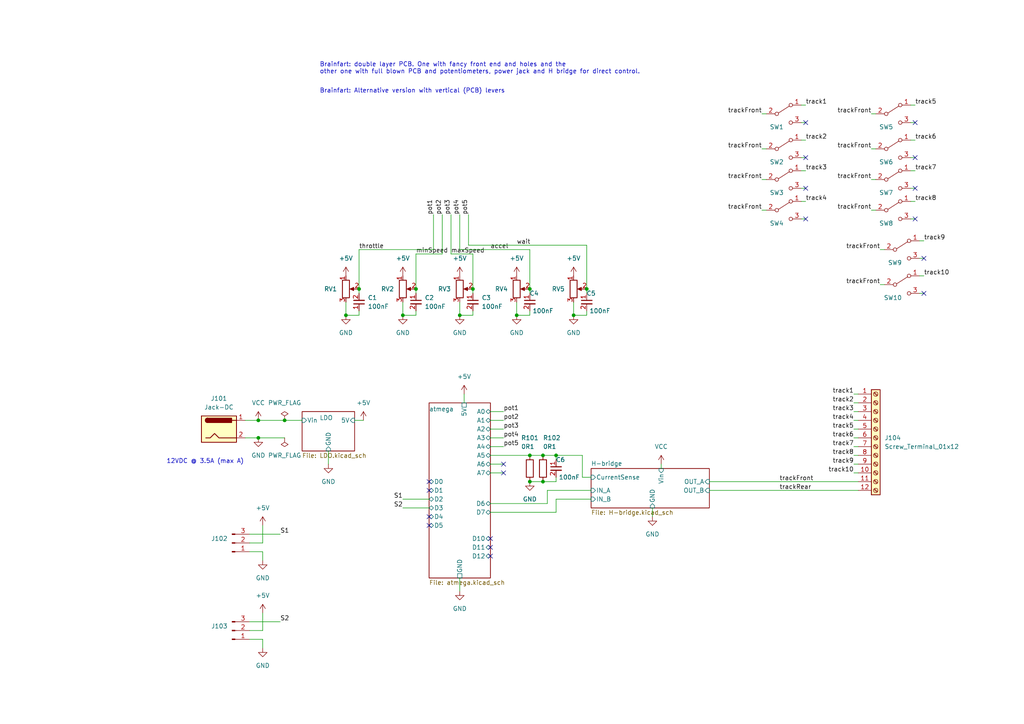
<source format=kicad_sch>
(kicad_sch (version 20230121) (generator eeschema)
  (paper "A4")
  (lib_symbols
    (symbol "Connector:Conn_01x03_Pin" (pin_names (offset 1.016) hide)
      (property "Reference" "J" (at 0 5.08 0))
      (property "Value" "Conn_01x03_Pin" (at 0 -5.08 0))
      (symbol "Conn_01x03_Pin_1_1"
        (polyline (pts (xy 1.27 -2.54) (xy 0.8636 -2.54)) (stroke (width 0.1524)))
        (polyline (pts (xy 1.27 0) (xy 0.8636 0)) (stroke (width 0.1524)))
        (polyline (pts (xy 1.27 2.54) (xy 0.8636 2.54)) (stroke (width 0.1524)))
        (rectangle (start 0.8636 -2.413) (end 0 -2.667) (stroke (width 0.1524)) (fill (type outline)))
        (rectangle (start 0.8636 0.127) (end 0 -0.127) (stroke (width 0.1524)) (fill (type outline)))
        (rectangle (start 0.8636 2.667) (end 0 2.413) (stroke (width 0.1524)) (fill (type outline)))
        (pin passive line (at 5.08 2.54 180) (length 3.81) (name "Pin_1") (number "1"))
        (pin passive line (at 5.08 0 180) (length 3.81) (name "Pin_2") (number "2"))
        (pin passive line (at 5.08 -2.54 180) (length 3.81) (name "Pin_3") (number "3"))
      )
    )
    (symbol "Connector:Screw_Terminal_01x12" (pin_names (offset 1.016) hide)
      (property "Reference" "J" (at 0 15.24 0))
      (property "Value" "Screw_Terminal_01x12" (at 0 -17.78 0))
      (symbol "Screw_Terminal_01x12_1_1"
        (rectangle (start -1.27 13.97) (end 1.27 -16.51) (stroke (width 0.254)) (fill (type background)))
        (circle (center 0 -15.24) (radius 0.635) (stroke (width 0.1524)))
        (circle (center 0 -12.7) (radius 0.635) (stroke (width 0.1524)))
        (circle (center 0 -10.16) (radius 0.635) (stroke (width 0.1524)))
        (circle (center 0 -7.62) (radius 0.635) (stroke (width 0.1524)))
        (circle (center 0 -5.08) (radius 0.635) (stroke (width 0.1524)))
        (circle (center 0 -2.54) (radius 0.635) (stroke (width 0.1524)))
        (polyline (pts (xy -0.5334 -14.9098) (xy 0.3302 -15.748)) (stroke (width 0.1524)))
        (polyline (pts (xy -0.5334 -12.3698) (xy 0.3302 -13.208)) (stroke (width 0.1524)))
        (polyline (pts (xy -0.5334 -9.8298) (xy 0.3302 -10.668)) (stroke (width 0.1524)))
        (polyline (pts (xy -0.5334 -7.2898) (xy 0.3302 -8.128)) (stroke (width 0.1524)))
        (polyline (pts (xy -0.5334 -4.7498) (xy 0.3302 -5.588)) (stroke (width 0.1524)))
        (polyline (pts (xy -0.5334 -2.2098) (xy 0.3302 -3.048)) (stroke (width 0.1524)))
        (polyline (pts (xy -0.5334 0.3302) (xy 0.3302 -0.508)) (stroke (width 0.1524)))
        (polyline (pts (xy -0.5334 2.8702) (xy 0.3302 2.032)) (stroke (width 0.1524)))
        (polyline (pts (xy -0.5334 5.4102) (xy 0.3302 4.572)) (stroke (width 0.1524)))
        (polyline (pts (xy -0.5334 7.9502) (xy 0.3302 7.112)) (stroke (width 0.1524)))
        (polyline (pts (xy -0.5334 10.4902) (xy 0.3302 9.652)) (stroke (width 0.1524)))
        (polyline (pts (xy -0.5334 13.0302) (xy 0.3302 12.192)) (stroke (width 0.1524)))
        (polyline (pts (xy -0.3556 -14.732) (xy 0.508 -15.5702)) (stroke (width 0.1524)))
        (polyline (pts (xy -0.3556 -12.192) (xy 0.508 -13.0302)) (stroke (width 0.1524)))
        (polyline (pts (xy -0.3556 -9.652) (xy 0.508 -10.4902)) (stroke (width 0.1524)))
        (polyline (pts (xy -0.3556 -7.112) (xy 0.508 -7.9502)) (stroke (width 0.1524)))
        (polyline (pts (xy -0.3556 -4.572) (xy 0.508 -5.4102)) (stroke (width 0.1524)))
        (polyline (pts (xy -0.3556 -2.032) (xy 0.508 -2.8702)) (stroke (width 0.1524)))
        (polyline (pts (xy -0.3556 0.508) (xy 0.508 -0.3302)) (stroke (width 0.1524)))
        (polyline (pts (xy -0.3556 3.048) (xy 0.508 2.2098)) (stroke (width 0.1524)))
        (polyline (pts (xy -0.3556 5.588) (xy 0.508 4.7498)) (stroke (width 0.1524)))
        (polyline (pts (xy -0.3556 8.128) (xy 0.508 7.2898)) (stroke (width 0.1524)))
        (polyline (pts (xy -0.3556 10.668) (xy 0.508 9.8298)) (stroke (width 0.1524)))
        (polyline (pts (xy -0.3556 13.208) (xy 0.508 12.3698)) (stroke (width 0.1524)))
        (circle (center 0 0) (radius 0.635) (stroke (width 0.1524)))
        (circle (center 0 2.54) (radius 0.635) (stroke (width 0.1524)))
        (circle (center 0 5.08) (radius 0.635) (stroke (width 0.1524)))
        (circle (center 0 7.62) (radius 0.635) (stroke (width 0.1524)))
        (circle (center 0 10.16) (radius 0.635) (stroke (width 0.1524)))
        (circle (center 0 12.7) (radius 0.635) (stroke (width 0.1524)))
        (pin passive line (at -5.08 12.7 0) (length 3.81) (name "Pin_1") (number "1"))
        (pin passive line (at -5.08 -10.16 0) (length 3.81) (name "Pin_10") (number "10"))
        (pin passive line (at -5.08 -12.7 0) (length 3.81) (name "Pin_11") (number "11"))
        (pin passive line (at -5.08 -15.24 0) (length 3.81) (name "Pin_12") (number "12"))
        (pin passive line (at -5.08 10.16 0) (length 3.81) (name "Pin_2") (number "2"))
        (pin passive line (at -5.08 7.62 0) (length 3.81) (name "Pin_3") (number "3"))
        (pin passive line (at -5.08 5.08 0) (length 3.81) (name "Pin_4") (number "4"))
        (pin passive line (at -5.08 2.54 0) (length 3.81) (name "Pin_5") (number "5"))
        (pin passive line (at -5.08 0 0) (length 3.81) (name "Pin_6") (number "6"))
        (pin passive line (at -5.08 -2.54 0) (length 3.81) (name "Pin_7") (number "7"))
        (pin passive line (at -5.08 -5.08 0) (length 3.81) (name "Pin_8") (number "8"))
        (pin passive line (at -5.08 -7.62 0) (length 3.81) (name "Pin_9") (number "9"))
      )
    )
    (symbol "Device:R_Potentiometer" (pin_names (offset 1.016) hide)
      (property "Reference" "RV" (at -4.445 0 90))
      (property "Value" "R_Potentiometer" (at -2.54 0 90))
      (symbol "R_Potentiometer_0_1"
        (polyline (pts (xy 2.54 0) (xy 1.524 0)))
        (polyline (pts (xy 1.143 0) (xy 2.286 0.508) (xy 2.286 -0.508) (xy 1.143 0)) (fill (type outline)))
        (rectangle (start 1.016 2.54) (end -1.016 -2.54) (stroke (width 0.254)))
      )
      (symbol "R_Potentiometer_1_1"
        (pin passive line (at 0 3.81 270) (length 1.27) (name "1") (number "1"))
        (pin passive line (at 3.81 0 180) (length 1.27) (name "2") (number "2"))
        (pin passive line (at 0 -3.81 90) (length 1.27) (name "3") (number "3"))
      )
    )
    (symbol "Switch:SW_SPDT" (pin_names (offset 0) hide)
      (property "Reference" "SW" (at 0 4.318 0))
      (property "Value" "SW_SPDT" (at 0 -5.08 0))
      (symbol "SW_SPDT_0_0"
        (circle (center -2.032 0) (radius 0.508))
        (circle (center 2.032 -2.54) (radius 0.508))
      )
      (symbol "SW_SPDT_0_1"
        (polyline (pts (xy -1.524 0.254) (xy 1.651 2.286)))
        (circle (center 2.032 2.54) (radius 0.508))
      )
      (symbol "SW_SPDT_1_1"
        (pin passive line (at 5.08 2.54 180) (length 2.54) (name "A") (number "1"))
        (pin passive line (at -5.08 0 0) (length 2.54) (name "B") (number "2"))
        (pin passive line (at 5.08 -2.54 180) (length 2.54) (name "C") (number "3"))
      )
    )
    (symbol "capacitor_miscellaneous:C_0603_100nF"
      (property "Reference" "C" (at 1.27 2.54 0))
      (property "Value" "100nF" (at 3.81 -2.54 0))
      (symbol "C_0603_100nF_0_1"
        (polyline (pts (xy -1.524 -0.508) (xy 1.524 -0.508)) (stroke (width 0.3302)))
        (polyline (pts (xy -1.524 0.508) (xy 1.524 0.508)) (stroke (width 0.3048)))
      )
      (symbol "C_0603_100nF_1_1"
        (pin passive line (at 0 2.54 270) (length 2.032) (name "~") (number "1"))
        (pin passive line (at 0 -2.54 90) (length 2.032) (name "~") (number "2"))
      )
    )
    (symbol "custom_kicad_lib_sk:Jack-DC" (pin_names (offset 1.016))
      (property "Reference" "J" (at 0 5.334 0))
      (property "Value" "Jack-DC" (at 0 -5.08 0))
      (symbol "Jack-DC_0_1"
        (rectangle (start -5.08 3.81) (end 5.08 -3.81) (stroke (width 0.254)) (fill (type background)))
        (arc (start -3.302 3.175) (mid -3.9343 2.54) (end -3.302 1.905) (stroke (width 0.254)))
        (arc (start -3.302 3.175) (mid -3.9343 2.54) (end -3.302 1.905) (stroke (width 0.254)) (fill (type outline)))
        (polyline (pts (xy 5.08 2.54) (xy 3.81 2.54)) (stroke (width 0.254)))
        (polyline (pts (xy -3.81 -2.54) (xy -2.54 -2.54) (xy -1.27 -1.27) (xy 0 -2.54) (xy 2.54 -2.54) (xy 5.08 -2.54)) (stroke (width 0.254)))
        (rectangle (start 3.683 3.175) (end -3.302 1.905) (stroke (width 0.254)) (fill (type outline)))
      )
      (symbol "Jack-DC_1_1"
        (pin passive line (at 7.62 2.54 180) (length 2.54) (name "~") (number "1"))
        (pin passive line (at 7.62 -2.54 180) (length 2.54) (name "~") (number "2"))
      )
    )
    (symbol "power:+5V" (power) (pin_names (offset 0))
      (property "Value" "+5V" (at 0 3.556 0))
      (symbol "+5V_0_1"
        (polyline (pts (xy -0.762 1.27) (xy 0 2.54)))
        (polyline (pts (xy 0 0) (xy 0 2.54)))
        (polyline (pts (xy 0 2.54) (xy 0.762 1.27)))
      )
      (symbol "+5V_1_1"
        (pin power_in line (at 0 0 90) (length 0) hide (name "+5V") (number "1"))
      )
    )
    (symbol "power:GND" (power) (pin_names (offset 0))
      (property "Value" "GND" (at 0 -3.81 0))
      (symbol "GND_0_1"
        (polyline (pts (xy 0 0) (xy 0 -1.27) (xy 1.27 -1.27) (xy 0 -2.54) (xy -1.27 -1.27) (xy 0 -1.27)))
      )
      (symbol "GND_1_1"
        (pin power_in line (at 0 0 270) (length 0) hide (name "GND") (number "1"))
      )
    )
    (symbol "power:PWR_FLAG" (power) (pin_numbers hide) (pin_names (offset 0) hide)
      (property "Value" "PWR_FLAG" (at 0 3.81 0))
      (symbol "PWR_FLAG_0_0"
        (pin power_out line (at 0 0 90) (length 0) (name "pwr") (number "1"))
      )
      (symbol "PWR_FLAG_0_1"
        (polyline (pts (xy 0 0) (xy 0 1.27) (xy -1.016 1.905) (xy 0 2.54) (xy 1.016 1.905) (xy 0 1.27)))
      )
    )
    (symbol "power:VCC" (power) (pin_names (offset 0))
      (property "Value" "VCC" (at 0 3.81 0))
      (symbol "VCC_0_1"
        (polyline (pts (xy -0.762 1.27) (xy 0 2.54)))
        (polyline (pts (xy 0 0) (xy 0 2.54)))
        (polyline (pts (xy 0 2.54) (xy 0.762 1.27)))
      )
      (symbol "VCC_1_1"
        (pin power_in line (at 0 0 90) (length 0) hide (name "VCC") (number "1"))
      )
    )
    (symbol "resistors_1206:R_0R1_1206" (pin_numbers hide) (pin_names (offset 0))
      (property "Reference" "R?" (at 1.778 1.2121 0))
      (property "Value" "0R1" (at 1.778 -1.2121 0))
      (symbol "R_0R1_1206_0_1"
        (rectangle (start -1.016 -2.54) (end 1.016 2.54) (stroke (width 0.254)))
      )
      (symbol "R_0R1_1206_1_1"
        (pin passive line (at 0 3.81 270) (length 1.27) (name "~") (number "1"))
        (pin passive line (at 0 -3.81 90) (length 1.27) (name "~") (number "2"))
      )
    )
  )
  (junction (at 116.84 91.44))
  (junction (at 166.37 91.44))
  (junction (at 120.65 83.82))
  (junction (at 170.18 83.82))
  (junction (at 100.33 91.44))
  (junction (at 153.67 139.7))
  (junction (at 133.35 91.44))
  (junction (at 74.93 127))
  (junction (at 157.48 139.7))
  (junction (at 157.48 132.08))
  (junction (at 153.67 83.82))
  (junction (at 137.16 83.82))
  (junction (at 153.67 132.08))
  (junction (at 74.93 121.92))
  (junction (at 161.29 132.08))
  (junction (at 104.14 83.82))
  (junction (at 149.86 91.44))
  (junction (at 82.55 121.92))
  (no_connect (at 142.24 156.21))
  (no_connect (at 267.97 85.09))
  (no_connect (at 267.97 74.93))
  (no_connect (at 142.24 158.75))
  (no_connect (at 233.68 63.5))
  (no_connect (at 233.68 35.56))
  (no_connect (at 146.05 134.62))
  (no_connect (at 265.43 63.5))
  (no_connect (at 233.68 54.61))
  (no_connect (at 124.46 149.86))
  (no_connect (at 124.46 142.24))
  (no_connect (at 146.05 137.16))
  (no_connect (at 265.43 54.61))
  (no_connect (at 265.43 35.56))
  (no_connect (at 142.24 161.29))
  (no_connect (at 233.68 45.72))
  (no_connect (at 265.43 45.72))
  (no_connect (at 124.46 139.7))
  (no_connect (at 124.46 152.4))
  (wire (pts (xy 247.65 121.92) (xy 248.92 121.92)))
  (wire (pts (xy 157.48 139.7) (xy 161.29 139.7)))
  (wire (pts (xy 142.24 137.16) (xy 146.05 137.16)))
  (wire (pts (xy 100.33 87.63) (xy 100.33 91.44)))
  (wire (pts (xy 142.24 146.05) (xy 158.75 146.05)))
  (wire (pts (xy 142.24 119.38) (xy 146.05 119.38)))
  (wire (pts (xy 102.87 121.92) (xy 105.41 121.92)))
  (wire (pts (xy 264.16 49.53) (xy 265.43 49.53)))
  (wire (pts (xy 158.75 142.24) (xy 171.45 142.24)))
  (wire (pts (xy 95.25 130.81) (xy 95.25 134.62)))
  (wire (pts (xy 170.18 85.09) (xy 170.18 83.82)))
  (wire (pts (xy 72.39 160.02) (xy 76.2 160.02)))
  (wire (pts (xy 137.16 73.66) (xy 130.81 73.66)))
  (wire (pts (xy 266.7 85.09) (xy 267.97 85.09)))
  (wire (pts (xy 133.35 87.63) (xy 133.35 91.44)))
  (wire (pts (xy 232.41 49.53) (xy 233.68 49.53)))
  (wire (pts (xy 166.37 87.63) (xy 166.37 91.44)))
  (wire (pts (xy 266.7 69.85) (xy 267.97 69.85)))
  (wire (pts (xy 76.2 185.42) (xy 76.2 187.96)))
  (wire (pts (xy 137.16 91.44) (xy 133.35 91.44)))
  (wire (pts (xy 252.73 60.96) (xy 254 60.96)))
  (wire (pts (xy 142.24 127) (xy 146.05 127)))
  (wire (pts (xy 170.18 91.44) (xy 166.37 91.44)))
  (wire (pts (xy 252.73 43.18) (xy 254 43.18)))
  (wire (pts (xy 137.16 91.44) (xy 137.16 90.17)))
  (wire (pts (xy 120.65 73.66) (xy 128.27 73.66)))
  (wire (pts (xy 220.98 60.96) (xy 222.25 60.96)))
  (wire (pts (xy 120.65 83.82) (xy 120.65 85.09)))
  (wire (pts (xy 189.23 147.32) (xy 189.23 149.86)))
  (wire (pts (xy 157.48 132.08) (xy 161.29 132.08)))
  (wire (pts (xy 72.39 182.88) (xy 76.2 182.88)))
  (wire (pts (xy 266.7 74.93) (xy 267.97 74.93)))
  (wire (pts (xy 134.62 114.3) (xy 134.62 116.84)))
  (wire (pts (xy 252.73 52.07) (xy 254 52.07)))
  (wire (pts (xy 153.67 139.7) (xy 157.48 139.7)))
  (wire (pts (xy 137.16 85.09) (xy 137.16 83.82)))
  (wire (pts (xy 74.93 121.92) (xy 82.55 121.92)))
  (wire (pts (xy 264.16 45.72) (xy 265.43 45.72)))
  (wire (pts (xy 264.16 54.61) (xy 265.43 54.61)))
  (wire (pts (xy 247.65 127) (xy 248.92 127)))
  (wire (pts (xy 247.65 116.84) (xy 248.92 116.84)))
  (wire (pts (xy 168.91 132.08) (xy 168.91 138.43)))
  (wire (pts (xy 72.39 185.42) (xy 76.2 185.42)))
  (wire (pts (xy 170.18 91.44) (xy 170.18 90.17)))
  (wire (pts (xy 72.39 180.34) (xy 81.28 180.34)))
  (wire (pts (xy 142.24 132.08) (xy 153.67 132.08)))
  (wire (pts (xy 220.98 52.07) (xy 222.25 52.07)))
  (wire (pts (xy 120.65 90.17) (xy 120.65 91.44)))
  (wire (pts (xy 76.2 182.88) (xy 76.2 177.8)))
  (wire (pts (xy 133.35 167.64) (xy 133.35 171.45)))
  (wire (pts (xy 247.65 114.3) (xy 248.92 114.3)))
  (wire (pts (xy 153.67 83.82) (xy 153.67 85.09)))
  (wire (pts (xy 133.35 72.39) (xy 153.67 72.39)))
  (wire (pts (xy 168.91 138.43) (xy 171.45 138.43)))
  (wire (pts (xy 142.24 148.59) (xy 161.29 148.59)))
  (wire (pts (xy 205.74 142.24) (xy 248.92 142.24)))
  (wire (pts (xy 142.24 134.62) (xy 146.05 134.62)))
  (wire (pts (xy 133.35 62.23) (xy 133.35 72.39)))
  (wire (pts (xy 247.65 132.08) (xy 248.92 132.08)))
  (wire (pts (xy 142.24 121.92) (xy 146.05 121.92)))
  (wire (pts (xy 232.41 54.61) (xy 233.68 54.61)))
  (wire (pts (xy 232.41 58.42) (xy 233.68 58.42)))
  (wire (pts (xy 71.12 121.92) (xy 74.93 121.92)))
  (wire (pts (xy 247.65 119.38) (xy 248.92 119.38)))
  (wire (pts (xy 76.2 157.48) (xy 76.2 152.4)))
  (wire (pts (xy 161.29 144.78) (xy 171.45 144.78)))
  (wire (pts (xy 161.29 138.43) (xy 161.29 139.7)))
  (wire (pts (xy 161.29 132.08) (xy 161.29 133.35)))
  (wire (pts (xy 220.98 43.18) (xy 222.25 43.18)))
  (wire (pts (xy 255.27 82.55) (xy 256.54 82.55)))
  (wire (pts (xy 247.65 134.62) (xy 248.92 134.62)))
  (wire (pts (xy 266.7 80.01) (xy 267.97 80.01)))
  (wire (pts (xy 205.74 139.7) (xy 248.92 139.7)))
  (wire (pts (xy 76.2 160.02) (xy 76.2 162.56)))
  (wire (pts (xy 264.16 35.56) (xy 265.43 35.56)))
  (wire (pts (xy 104.14 90.17) (xy 104.14 91.44)))
  (wire (pts (xy 252.73 33.02) (xy 254 33.02)))
  (wire (pts (xy 130.81 73.66) (xy 130.81 62.23)))
  (wire (pts (xy 264.16 30.48) (xy 265.43 30.48)))
  (wire (pts (xy 153.67 91.44) (xy 149.86 91.44)))
  (wire (pts (xy 116.84 91.44) (xy 120.65 91.44)))
  (wire (pts (xy 158.75 146.05) (xy 158.75 142.24)))
  (wire (pts (xy 125.73 72.39) (xy 104.14 72.39)))
  (wire (pts (xy 142.24 124.46) (xy 146.05 124.46)))
  (wire (pts (xy 264.16 40.64) (xy 265.43 40.64)))
  (wire (pts (xy 232.41 45.72) (xy 233.68 45.72)))
  (wire (pts (xy 104.14 72.39) (xy 104.14 83.82)))
  (wire (pts (xy 153.67 91.44) (xy 153.67 90.17)))
  (wire (pts (xy 255.27 72.39) (xy 256.54 72.39)))
  (wire (pts (xy 72.39 157.48) (xy 76.2 157.48)))
  (wire (pts (xy 153.67 132.08) (xy 157.48 132.08)))
  (wire (pts (xy 72.39 154.94) (xy 81.28 154.94)))
  (wire (pts (xy 170.18 83.82) (xy 170.18 71.12)))
  (wire (pts (xy 161.29 132.08) (xy 168.91 132.08)))
  (wire (pts (xy 170.18 71.12) (xy 135.89 71.12)))
  (wire (pts (xy 220.98 33.02) (xy 222.25 33.02)))
  (wire (pts (xy 104.14 83.82) (xy 104.14 85.09)))
  (wire (pts (xy 232.41 30.48) (xy 233.68 30.48)))
  (wire (pts (xy 247.65 129.54) (xy 248.92 129.54)))
  (wire (pts (xy 71.12 127) (xy 74.93 127)))
  (wire (pts (xy 120.65 83.82) (xy 120.65 73.66)))
  (wire (pts (xy 264.16 58.42) (xy 265.43 58.42)))
  (wire (pts (xy 116.84 144.78) (xy 124.46 144.78)))
  (wire (pts (xy 153.67 72.39) (xy 153.67 83.82)))
  (wire (pts (xy 125.73 62.23) (xy 125.73 72.39)))
  (wire (pts (xy 264.16 63.5) (xy 265.43 63.5)))
  (wire (pts (xy 232.41 40.64) (xy 233.68 40.64)))
  (wire (pts (xy 137.16 73.66) (xy 137.16 83.82)))
  (wire (pts (xy 74.93 127) (xy 82.55 127)))
  (wire (pts (xy 135.89 71.12) (xy 135.89 62.23)))
  (wire (pts (xy 232.41 35.56) (xy 233.68 35.56)))
  (wire (pts (xy 232.41 63.5) (xy 233.68 63.5)))
  (wire (pts (xy 247.65 124.46) (xy 248.92 124.46)))
  (wire (pts (xy 142.24 129.54) (xy 146.05 129.54)))
  (wire (pts (xy 116.84 147.32) (xy 124.46 147.32)))
  (wire (pts (xy 128.27 73.66) (xy 128.27 62.23)))
  (wire (pts (xy 149.86 87.63) (xy 149.86 91.44)))
  (wire (pts (xy 100.33 91.44) (xy 104.14 91.44)))
  (wire (pts (xy 191.77 134.62) (xy 191.77 135.89)))
  (wire (pts (xy 116.84 87.63) (xy 116.84 91.44)))
  (wire (pts (xy 82.55 121.92) (xy 87.63 121.92)))
  (wire (pts (xy 247.65 137.16) (xy 248.92 137.16)))
  (wire (pts (xy 161.29 148.59) (xy 161.29 144.78)))
  (text "Brainfart: double layer PCB. One with fancy front end and holes and the\nother one with full blown PCB and potentiometers, power jack and H bridge for direct control.\n" (at 92.71 21.59 0) (effects (font (size 1.27 1.27)) (justify left bottom)))
  (text "12VDC @ 3.5A (max A)" (at 48.26 134.62 0) (effects (font (size 1.27 1.27)) (justify left bottom)))
  (text "Brainfart: Alternative version with vertical (PCB) levers\n\n" (at 92.71 29.21 0) (effects (font (size 1.27 1.27)) (justify left bottom)))
  (label "maxSpeed" (at 130.81 73.66 0))
  (label "accel" (at 142.24 72.39 0))
  (label "track4" (at 233.68 58.42 0))
  (label "track3" (at 233.68 49.53 0))
  (label "pot3" (at 146.05 124.46 0))
  (label "trackFront" (at 220.98 43.18 180))
  (label "pot1" (at 125.73 62.23 90))
  (label "track5" (at 247.65 124.46 180))
  (label "trackFront" (at 252.73 33.02 180))
  (label "trackFront" (at 252.73 43.18 180))
  (label "S1" (at 81.28 154.94 0))
  (label "pot1" (at 146.05 119.38 0))
  (label "track6" (at 247.65 127 180))
  (label "pot2" (at 146.05 121.92 0))
  (label "wait" (at 149.86 71.12 0))
  (label "trackFront" (at 252.73 60.96 180))
  (label "trackFront" (at 220.98 33.02 180))
  (label "track1" (at 247.65 114.3 180))
  (label "track7" (at 265.43 49.53 0))
  (label "trackFront" (at 255.27 82.55 180))
  (label "track9" (at 247.65 134.62 180))
  (label "track3" (at 247.65 119.38 180))
  (label "track9" (at 267.97 69.85 0))
  (label "trackRear" (at 226.06 142.24 0))
  (label "S2" (at 116.84 147.32 180))
  (label "trackFront" (at 255.27 72.39 180))
  (label "pot5" (at 135.89 62.23 90))
  (label "track8" (at 247.65 132.08 180))
  (label "pot3" (at 130.81 62.23 90))
  (label "track10" (at 247.65 137.16 180))
  (label "pot4" (at 146.05 127 0))
  (label "pot5" (at 146.05 129.54 0))
  (label "pot4" (at 133.35 62.23 90))
  (label "trackFront" (at 252.73 52.07 180))
  (label "track7" (at 247.65 129.54 180))
  (label "throttle" (at 104.14 72.39 0))
  (label "S1" (at 116.84 144.78 180))
  (label "pot2" (at 128.27 62.23 90))
  (label "track6" (at 265.43 40.64 0))
  (label "track1" (at 233.68 30.48 0))
  (label "track2" (at 247.65 116.84 180))
  (label "trackFront" (at 226.06 139.7 0))
  (label "track8" (at 265.43 58.42 0))
  (label "track10" (at 267.97 80.01 0))
  (label "minSpeed" (at 120.65 73.66 0))
  (label "trackFront" (at 220.98 52.07 180))
  (label "track2" (at 233.68 40.64 0))
  (label "trackFront" (at 220.98 60.96 180))
  (label "track4" (at 247.65 121.92 180))
  (label "track5" (at 265.43 30.48 0))
  (label "S2" (at 81.28 180.34 0))
  (symbol (lib_id "Connector:Screw_Terminal_01x12") (at 254 127 0) (unit 1)
    (property "Reference" "J104" (at 256.54 127 0) (effects (justify left)))
    (property "Value" "Screw_Terminal_01x12" (at 256.54 129.54 0) (effects (justify left)))
    (property "Footprint" "TerminalBlock_Phoenix:TerminalBlock_Phoenix_MKDS-1,5-12-5.08_1x12_P5.08mm_Horizontal" (effects hide))
  )
  (symbol (lib_id "power:+5V") (at 100.33 80.01 0) (unit 1)
    (property "Reference" "#PWR03" (effects hide))
    (property "Value" "+5V" (at 100.33 74.93 0))
  )
  (symbol (lib_id "Connector:Conn_01x03_Pin") (at 67.31 182.88 0) (mirror x) (unit 1)
    (property "Reference" "J103" (at 66.04 181.61 0) (effects (justify right)))
    (property "Value" "Conn_01x03_Pin" (effects hide))
    (property "Footprint" "Connector_PinHeader_2.54mm:PinHeader_1x03_P2.54mm_Horizontal" (effects hide))
  )
  (symbol (lib_id "power:VCC") (at 191.77 134.62 0) (unit 1)
    (property "Reference" "#PWR0107" (effects hide))
    (property "Value" "VCC" (at 191.77 129.54 0))
  )
  (symbol (lib_id "power:GND") (at 189.23 149.86 0) (unit 1)
    (property "Reference" "#PWR0106" (effects hide))
    (property "Value" "GND" (at 189.23 154.94 0))
  )
  (symbol (lib_id "power:GND") (at 166.37 91.44 0) (unit 1)
    (property "Reference" "#PWR012" (effects hide))
    (property "Value" "GND" (at 166.37 96.52 0))
  )
  (symbol (lib_id "power:GND") (at 100.33 91.44 0) (unit 1)
    (property "Reference" "#PWR08" (effects hide))
    (property "Value" "GND" (at 100.33 96.52 0))
  )
  (symbol (lib_id "power:GND") (at 76.2 187.96 0) (unit 1)
    (property "Reference" "#PWR0111" (effects hide))
    (property "Value" "GND" (at 76.2 193.04 0))
  )
  (symbol (lib_id "Switch:SW_SPDT") (at 227.33 33.02 0) (unit 1)
    (property "Reference" "SW1" (at 227.33 36.83 0) (effects (justify right)))
    (property "Value" "SW_SPDT" (effects hide))
    (property "Footprint" "custom_kicad_lib_sk:MTS_long_lever" (effects hide))
  )
  (symbol (lib_id "power:GND") (at 149.86 91.44 0) (unit 1)
    (property "Reference" "#PWR011" (effects hide))
    (property "Value" "GND" (at 149.86 96.52 0))
  )
  (symbol (lib_id "power:GND") (at 133.35 171.45 0) (unit 1)
    (property "Reference" "#PWR0112" (effects hide))
    (property "Value" "GND" (at 133.35 176.53 0))
  )
  (symbol (lib_id "capacitor_miscellaneous:C_0603_100nF") (at 170.18 87.63 0) (unit 1)
    (property "Reference" "C5" (at 171.45 85.09 0))
    (property "Value" "100nF" (at 173.99 90.17 0))
    (property "Footprint" "Capacitor_SMD:C_0603_1608Metric" (effects hide))
    (property "JLCPCB Part#" "C14663" (effects hide))
  )
  (symbol (lib_id "Switch:SW_SPDT") (at 227.33 43.18 0) (unit 1)
    (property "Reference" "SW2" (at 227.33 46.99 0) (effects (justify right)))
    (property "Value" "SW_SPDT" (effects hide))
    (property "Footprint" "custom_kicad_lib_sk:MTS_long_lever" (effects hide))
  )
  (symbol (lib_id "capacitor_miscellaneous:C_0603_100nF") (at 104.14 87.63 180) (unit 1)
    (property "Reference" "C1" (at 106.68 86.3536 0) (effects (justify right)))
    (property "Value" "100nF" (at 106.68 88.8936 0) (effects (justify right)))
    (property "Footprint" "Capacitor_SMD:C_0603_1608Metric" (effects hide))
    (property "JLCPCB Part#" "C14663" (effects hide))
  )
  (symbol (lib_id "power:+5V") (at 105.41 121.92 0) (unit 1)
    (property "Reference" "#PWR0104" (effects hide))
    (property "Value" "+5V" (at 105.41 116.84 0))
  )
  (symbol (lib_id "Switch:SW_SPDT") (at 227.33 52.07 0) (unit 1)
    (property "Reference" "SW3" (at 227.33 55.88 0) (effects (justify right)))
    (property "Value" "SW_SPDT" (effects hide))
    (property "Footprint" "custom_kicad_lib_sk:MTS_long_lever" (effects hide))
  )
  (symbol (lib_id "power:GND") (at 95.25 134.62 0) (unit 1)
    (property "Reference" "#PWR0103" (effects hide))
    (property "Value" "GND" (at 95.25 139.7 0))
  )
  (symbol (lib_id "capacitor_miscellaneous:C_0603_100nF") (at 137.16 87.63 0) (unit 1)
    (property "Reference" "C3" (at 139.7 86.3663 0) (effects (justify left)))
    (property "Value" "100nF" (at 139.7 88.9063 0) (effects (justify left)))
    (property "Footprint" "Capacitor_SMD:C_0603_1608Metric" (effects hide))
    (property "JLCPCB Part#" "C14663" (effects hide))
  )
  (symbol (lib_id "Switch:SW_SPDT") (at 259.08 43.18 0) (unit 1)
    (property "Reference" "SW6" (at 259.08 46.99 0) (effects (justify right)))
    (property "Value" "SW_SPDT" (effects hide))
    (property "Footprint" "custom_kicad_lib_sk:MTS_long_lever" (effects hide))
  )
  (symbol (lib_id "Device:R_Potentiometer") (at 133.35 83.82 0) (unit 1)
    (property "Reference" "RV3" (at 130.81 83.82 0) (effects (justify right)))
    (property "Value" "R_Potentiometer" (effects hide))
    (property "Footprint" "custom_kicad_lib_sk:Potentiometer_Alps_RK09K_Single_Vertical" (effects hide))
  )
  (symbol (lib_id "power:+5V") (at 149.86 80.01 0) (unit 1)
    (property "Reference" "#PWR06" (effects hide))
    (property "Value" "+5V" (at 149.86 74.93 0))
  )
  (symbol (lib_id "capacitor_miscellaneous:C_0603_100nF") (at 153.67 87.63 0) (unit 1)
    (property "Reference" "C4" (at 154.94 85.09 0))
    (property "Value" "100nF" (at 157.48 90.17 0))
    (property "Footprint" "Capacitor_SMD:C_0603_1608Metric" (effects hide))
    (property "JLCPCB Part#" "C14663" (effects hide))
  )
  (symbol (lib_id "resistors_1206:R_0R1_1206") (at 153.67 135.89 0) (unit 1)
    (property "Reference" "R101" (at 151.13 127 0) (effects (justify left)))
    (property "Value" "0R1" (at 151.13 129.54 0) (effects (justify left)))
    (property "Footprint" "Resistor_SMD:R_1206_3216Metric" (effects hide))
    (property "JLCPCB Part#" "C25334" (effects hide))
  )
  (symbol (lib_id "Device:R_Potentiometer") (at 100.33 83.82 0) (unit 1)
    (property "Reference" "RV1" (at 97.79 83.82 0) (effects (justify right)))
    (property "Value" "R_Potentiometer" (effects hide))
    (property "Footprint" "custom_kicad_lib_sk:Potentiometer_Alps_RK09K_Single_Vertical" (effects hide))
  )
  (symbol (lib_id "power:+5V") (at 166.37 80.01 0) (unit 1)
    (property "Reference" "#PWR07" (effects hide))
    (property "Value" "+5V" (at 166.37 74.93 0))
  )
  (symbol (lib_id "Connector:Conn_01x03_Pin") (at 67.31 157.48 0) (mirror x) (unit 1)
    (property "Reference" "J102" (at 66.04 156.21 0) (effects (justify right)))
    (property "Value" "Conn_01x03_Pin" (effects hide))
    (property "Footprint" "Connector_PinHeader_2.54mm:PinHeader_1x03_P2.54mm_Horizontal" (effects hide))
  )
  (symbol (lib_id "Switch:SW_SPDT") (at 259.08 52.07 0) (unit 1)
    (property "Reference" "SW7" (at 259.08 55.88 0) (effects (justify right)))
    (property "Value" "SW_SPDT" (effects hide))
    (property "Footprint" "custom_kicad_lib_sk:MTS_long_lever" (effects hide))
  )
  (symbol (lib_id "Switch:SW_SPDT") (at 259.08 60.96 0) (unit 1)
    (property "Reference" "SW8" (at 259.08 64.77 0) (effects (justify right)))
    (property "Value" "SW_SPDT" (effects hide))
    (property "Footprint" "custom_kicad_lib_sk:MTS_long_lever" (effects hide))
  )
  (symbol (lib_id "capacitor_miscellaneous:C_0603_100nF") (at 161.29 135.89 0) (unit 1)
    (property "Reference" "C6" (at 162.56 133.35 0))
    (property "Value" "100nF" (at 165.1 138.43 0))
    (property "Footprint" "Capacitor_SMD:C_0603_1608Metric" (effects hide))
    (property "JLCPCB Part#" "C14663" (effects hide))
  )
  (symbol (lib_id "Switch:SW_SPDT") (at 227.33 60.96 0) (unit 1)
    (property "Reference" "SW4" (at 227.33 64.77 0) (effects (justify right)))
    (property "Value" "SW_SPDT" (effects hide))
    (property "Footprint" "custom_kicad_lib_sk:MTS_long_lever" (effects hide))
  )
  (symbol (lib_id "custom_kicad_lib_sk:Jack-DC") (at 63.5 124.46 0) (unit 1)
    (property "Reference" "J101" (at 63.5 115.57 0))
    (property "Value" "Jack-DC" (at 63.5 118.11 0))
    (property "Footprint" "Connector_BarrelJack:BarrelJack_Horizontal" (effects hide))
  )
  (symbol (lib_id "power:PWR_FLAG") (at 82.55 121.92 0) (unit 1)
    (property "Reference" "#FLG0101" (effects hide))
    (property "Value" "PWR_FLAG" (at 82.55 116.84 0))
  )
  (symbol (lib_id "Switch:SW_SPDT") (at 259.08 33.02 0) (unit 1)
    (property "Reference" "SW5" (at 259.08 36.83 0) (effects (justify right)))
    (property "Value" "SW_SPDT" (effects hide))
    (property "Footprint" "custom_kicad_lib_sk:MTS_long_lever" (effects hide))
  )
  (symbol (lib_id "capacitor_miscellaneous:C_0603_100nF") (at 120.65 87.63 0) (unit 1)
    (property "Reference" "C2" (at 123.19 86.3663 0) (effects (justify left)))
    (property "Value" "100nF" (at 123.19 88.9063 0) (effects (justify left)))
    (property "Footprint" "Capacitor_SMD:C_0603_1608Metric" (effects hide))
    (property "JLCPCB Part#" "C14663" (effects hide))
  )
  (symbol (lib_id "Device:R_Potentiometer") (at 149.86 83.82 0) (unit 1)
    (property "Reference" "RV4" (at 147.32 83.82 0) (effects (justify right)))
    (property "Value" "R_Potentiometer" (effects hide))
    (property "Footprint" "custom_kicad_lib_sk:Potentiometer_Alps_RK09K_Single_Vertical" (effects hide))
  )
  (symbol (lib_id "Device:R_Potentiometer") (at 116.84 83.82 0) (unit 1)
    (property "Reference" "RV2" (at 114.3 83.82 0) (effects (justify right)))
    (property "Value" "R_Potentiometer" (effects hide))
    (property "Footprint" "custom_kicad_lib_sk:Potentiometer_Alps_RK09K_Single_Vertical" (effects hide))
  )
  (symbol (lib_id "Switch:SW_SPDT") (at 261.62 82.55 0) (unit 1)
    (property "Reference" "SW10" (at 261.62 86.36 0) (effects (justify right)))
    (property "Value" "SW_SPDT" (effects hide))
    (property "Footprint" "custom_kicad_lib_sk:MTS_long_lever" (effects hide))
  )
  (symbol (lib_id "Switch:SW_SPDT") (at 261.62 72.39 0) (unit 1)
    (property "Reference" "SW9" (at 261.62 76.2 0) (effects (justify right)))
    (property "Value" "SW_SPDT" (effects hide))
    (property "Footprint" "custom_kicad_lib_sk:MTS_long_lever" (effects hide))
  )
  (symbol (lib_id "power:GND") (at 116.84 91.44 0) (unit 1)
    (property "Reference" "#PWR09" (effects hide))
    (property "Value" "GND" (at 116.84 96.52 0))
  )
  (symbol (lib_id "power:PWR_FLAG") (at 82.55 127 180) (unit 1)
    (property "Reference" "#FLG0102" (effects hide))
    (property "Value" "PWR_FLAG" (at 82.55 132.08 0))
  )
  (symbol (lib_id "power:+5V") (at 76.2 177.8 0) (unit 1)
    (property "Reference" "#PWR0110" (effects hide))
    (property "Value" "+5V" (at 76.2 172.72 0))
  )
  (symbol (lib_id "power:VCC") (at 74.93 121.92 0) (unit 1)
    (property "Reference" "#PWR0101" (effects hide))
    (property "Value" "VCC" (at 74.93 116.84 0))
  )
  (symbol (lib_id "resistors_1206:R_0R1_1206") (at 157.48 135.89 0) (unit 1)
    (property "Reference" "R102" (at 157.48 127 0) (effects (justify left)))
    (property "Value" "0R1" (at 157.48 129.54 0) (effects (justify left)))
    (property "Footprint" "Resistor_SMD:R_1206_3216Metric" (effects hide))
    (property "JLCPCB Part#" "C25334" (effects hide))
  )
  (symbol (lib_id "power:+5V") (at 116.84 80.01 0) (unit 1)
    (property "Reference" "#PWR04" (effects hide))
    (property "Value" "+5V" (at 116.84 74.93 0))
  )
  (symbol (lib_id "power:+5V") (at 134.62 114.3 0) (unit 1)
    (property "Reference" "#PWR0105" (effects hide))
    (property "Value" "+5V" (at 134.62 109.22 0))
  )
  (symbol (lib_id "power:GND") (at 133.35 91.44 0) (unit 1)
    (property "Reference" "#PWR010" (effects hide))
    (property "Value" "GND" (at 133.35 96.52 0))
  )
  (symbol (lib_id "power:GND") (at 153.67 139.7 0) (unit 1)
    (property "Reference" "#PWR0113" (effects hide))
    (property "Value" "GND" (at 153.67 144.78 0))
  )
  (symbol (lib_id "power:GND") (at 76.2 162.56 0) (unit 1)
    (property "Reference" "#PWR0109" (effects hide))
    (property "Value" "GND" (at 76.2 167.64 0))
  )
  (symbol (lib_id "power:GND") (at 74.93 127 0) (unit 1)
    (property "Reference" "#PWR0102" (effects hide))
    (property "Value" "GND" (at 74.93 132.08 0))
  )
  (symbol (lib_id "power:+5V") (at 76.2 152.4 0) (unit 1)
    (property "Reference" "#PWR0108" (effects hide))
    (property "Value" "+5V" (at 76.2 147.32 0))
  )
  (symbol (lib_id "power:+5V") (at 133.35 80.01 0) (unit 1)
    (property "Reference" "#PWR05" (effects hide))
    (property "Value" "+5V" (at 133.35 74.93 0))
  )
  (symbol (lib_id "Device:R_Potentiometer") (at 166.37 83.82 0) (unit 1)
    (property "Reference" "RV5" (at 163.83 83.82 0) (effects (justify right)))
    (property "Value" "R_Potentiometer" (effects hide))
    (property "Footprint" "custom_kicad_lib_sk:Potentiometer_Alps_RK09K_Single_Vertical" (effects hide))
  )
  (sheet (at 87.63 119.38) (size 15.24 11.43) (stroke (width 0.1524))
    (property "Sheetname" "LDO" (at 92.71 121.92 0) (effects (justify left bottom)))
    (property "Sheetfile" "LDO.kicad_sch" (at 87.63 131.3946 0) (effects (justify left top)))
    (pin "GND" input (at 95.25 130.81 270))
    (pin "5V" input (at 102.87 121.92 0))
    (pin "Vin" input (at 87.63 121.92 180))
  )
  (sheet (at 124.46 116.84) (size 17.78 50.8) (stroke (width 0.1524))
    (property "Sheetname" "atmega" (at 124.46 119.38 0) (effects (justify left bottom)))
    (property "Sheetfile" "atmega.kicad_sch" (at 124.46 168.2246 0) (effects (justify left top)))
    (pin "D12" bidirectional (at 142.24 161.29 0))
    (pin "A0" bidirectional (at 142.24 119.38 0))
    (pin "A3" bidirectional (at 142.24 127 0))
    (pin "A1" bidirectional (at 142.24 121.92 0))
    (pin "A4" bidirectional (at 142.24 129.54 0))
    (pin "A2" bidirectional (at 142.24 124.46 0))
    (pin "A5" bidirectional (at 142.24 132.08 0))
    (pin "D1" bidirectional (at 124.46 142.24 180))
    (pin "D0" bidirectional (at 124.46 139.7 180))
    (pin "D2" bidirectional (at 124.46 144.78 180))
    (pin "D7" bidirectional (at 142.24 148.59 0))
    (pin "D6" bidirectional (at 142.24 146.05 0))
    (pin "D3" bidirectional (at 124.46 147.32 180))
    (pin "D4" bidirectional (at 124.46 149.86 180))
    (pin "D5" bidirectional (at 124.46 152.4 180))
    (pin "GND" passive (at 133.35 167.64 270))
    (pin "5V" passive (at 134.62 116.84 90))
    (pin "A7" bidirectional (at 142.24 137.16 0))
    (pin "A6" bidirectional (at 142.24 134.62 0))
    (pin "D11" bidirectional (at 142.24 158.75 0))
    (pin "D10" bidirectional (at 142.24 156.21 0))
  )
  (sheet (at 171.45 135.89) (size 34.29 11.43) (stroke (width 0.1524))
    (property "Sheetname" "H-bridge" (at 171.45 135.1784 0) (effects (justify left bottom)))
    (property "Sheetfile" "H-bridge.kicad_sch" (at 171.45 147.9046 0) (effects (justify left top)))
    (pin "OUT_B" input (at 205.74 142.24 0))
    (pin "OUT_A" input (at 205.74 139.7 0))
    (pin "Vin" input (at 191.77 135.89 90))
    (pin "GND" input (at 189.23 147.32 270))
    (pin "IN_A" input (at 171.45 142.24 180))
    (pin "CurrentSense" input (at 171.45 138.43 180))
    (pin "IN_B" input (at 171.45 144.78 180))
  )
)
</source>
